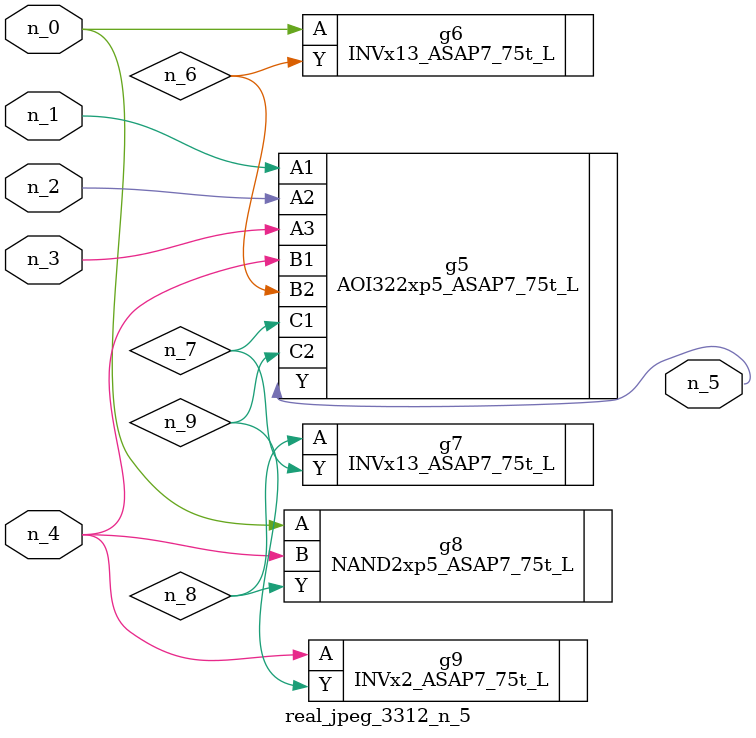
<source format=v>
module real_jpeg_3312_n_5 (n_4, n_0, n_1, n_2, n_3, n_5);

input n_4;
input n_0;
input n_1;
input n_2;
input n_3;

output n_5;

wire n_8;
wire n_6;
wire n_7;
wire n_9;

INVx13_ASAP7_75t_L g6 ( 
.A(n_0),
.Y(n_6)
);

NAND2xp5_ASAP7_75t_L g8 ( 
.A(n_0),
.B(n_4),
.Y(n_8)
);

AOI322xp5_ASAP7_75t_L g5 ( 
.A1(n_1),
.A2(n_2),
.A3(n_3),
.B1(n_4),
.B2(n_6),
.C1(n_7),
.C2(n_9),
.Y(n_5)
);

INVx2_ASAP7_75t_L g9 ( 
.A(n_4),
.Y(n_9)
);

INVx13_ASAP7_75t_L g7 ( 
.A(n_8),
.Y(n_7)
);


endmodule
</source>
